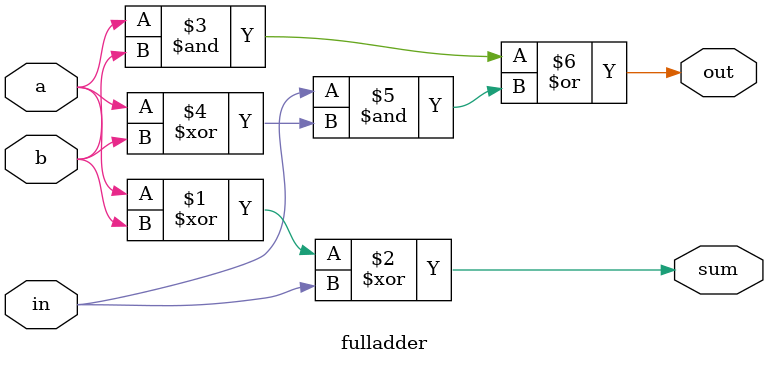
<source format=sv>

module BCD(Sum,Carry,P,Q);
  input [3:0] P, Q;
  output [3:0]Sum;
  output Carry;
  wire K, z1, z2, temp;
  wire [3:0] C, s;
  
  parallelbit M1 (s, K, P, Q);
  
  and (z1, s[3], s[2]);
  and (z2, s[3], s[1]);
  or (C[1], z1, z2, K);
  assign C[2] = C[1];
  assign C[0] = 0;
  assign C[3] = 0;
  
  parallelbit M2 (Sum, temp, s, C);
  assign Carry = C[1];
endmodule


module parallelbit(S, C, A, B);
  input [3:0] A, B;
  output [3:0]S;
  output C;
  wire c1,c2,c3;
  
  fulladder G1(S[0],c1,A[0],B[0],0);
  fulladder G2(S[1],c2,A[1],B[1],c1);
  fulladder G3(S[2],c3,A[2],B[2],c2);
  fulladder G4(S[3],C,A[3],B[3],c3);
endmodule


module fulladder(sum, out ,a ,b ,in);
  input a,b,in;
  output sum, out;
  assign sum = a^b^in;
  assign out = a&b | in&(a^b);
endmodule
</source>
